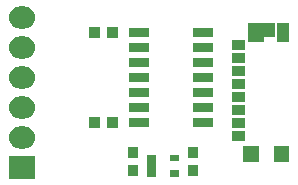
<source format=gts>
%TF.GenerationSoftware,KiCad,Pcbnew,4.0.4+e1-6308~48~ubuntu16.04.1-stable*%
%TF.CreationDate,2017-01-04T16:55:51-08:00*%
%TF.ProjectId,sd-micro-pushpull-0475710001-breakout,73642D6D6963726F2D7075736870756C,v1.0*%
%TF.FileFunction,Soldermask,Top*%
%FSLAX46Y46*%
G04 Gerber Fmt 4.6, Leading zero omitted, Abs format (unit mm)*
G04 Created by KiCad (PCBNEW 4.0.4+e1-6308~48~ubuntu16.04.1-stable) date Wed Jan  4 16:55:51 2017*
%MOMM*%
%LPD*%
G01*
G04 APERTURE LIST*
%ADD10C,0.350000*%
G04 APERTURE END LIST*
D10*
G36*
X124790200Y-107619800D02*
X122605800Y-107619800D01*
X122605800Y-105740200D01*
X124790200Y-105740200D01*
X124790200Y-107619800D01*
X124790200Y-107619800D01*
G37*
G36*
X136962200Y-107474200D02*
X136209800Y-107474200D01*
X136209800Y-106901800D01*
X136962200Y-106901800D01*
X136962200Y-107474200D01*
X136962200Y-107474200D01*
G37*
G36*
X135062200Y-107474200D02*
X134309800Y-107474200D01*
X134309800Y-105601800D01*
X135062200Y-105601800D01*
X135062200Y-107474200D01*
X135062200Y-107474200D01*
G37*
G36*
X138627200Y-107410200D02*
X137724800Y-107410200D01*
X137724800Y-106457800D01*
X138627200Y-106457800D01*
X138627200Y-107410200D01*
X138627200Y-107410200D01*
G37*
G36*
X133547200Y-107398200D02*
X132644800Y-107398200D01*
X132644800Y-106445800D01*
X133547200Y-106445800D01*
X133547200Y-107398200D01*
X133547200Y-107398200D01*
G37*
G36*
X146310700Y-106191100D02*
X145008300Y-106191100D01*
X145008300Y-104838700D01*
X146310700Y-104838700D01*
X146310700Y-106191100D01*
X146310700Y-106191100D01*
G37*
G36*
X143710700Y-106191100D02*
X142408300Y-106191100D01*
X142408300Y-104838700D01*
X143710700Y-104838700D01*
X143710700Y-106191100D01*
X143710700Y-106191100D01*
G37*
G36*
X136962200Y-106174200D02*
X136209800Y-106174200D01*
X136209800Y-105601800D01*
X136962200Y-105601800D01*
X136962200Y-106174200D01*
X136962200Y-106174200D01*
G37*
G36*
X138627200Y-105910200D02*
X137724800Y-105910200D01*
X137724800Y-104957800D01*
X138627200Y-104957800D01*
X138627200Y-105910200D01*
X138627200Y-105910200D01*
G37*
G36*
X133547200Y-105898200D02*
X132644800Y-105898200D01*
X132644800Y-104945800D01*
X133547200Y-104945800D01*
X133547200Y-105898200D01*
X133547200Y-105898200D01*
G37*
G36*
X123866749Y-103200277D02*
X123866754Y-103200278D01*
X123868807Y-103200292D01*
X124051080Y-103220737D01*
X124225912Y-103276197D01*
X124386641Y-103364558D01*
X124527146Y-103482456D01*
X124642076Y-103625400D01*
X124727052Y-103787945D01*
X124778839Y-103963899D01*
X124778843Y-103963940D01*
X124778844Y-103963944D01*
X124795463Y-104146558D01*
X124777648Y-104316056D01*
X124776290Y-104328973D01*
X124722052Y-104504187D01*
X124634815Y-104665529D01*
X124517900Y-104806855D01*
X124375762Y-104922779D01*
X124213815Y-105008888D01*
X124038226Y-105061902D01*
X123855685Y-105079800D01*
X123540283Y-105079800D01*
X123529251Y-105079723D01*
X123529246Y-105079722D01*
X123527193Y-105079708D01*
X123344920Y-105059263D01*
X123170088Y-105003803D01*
X123009359Y-104915442D01*
X122868854Y-104797544D01*
X122753924Y-104654600D01*
X122668948Y-104492055D01*
X122617161Y-104316101D01*
X122617157Y-104316060D01*
X122617156Y-104316056D01*
X122600537Y-104133442D01*
X122619705Y-103951074D01*
X122619710Y-103951027D01*
X122673948Y-103775813D01*
X122761185Y-103614471D01*
X122878100Y-103473145D01*
X123020238Y-103357221D01*
X123182185Y-103271112D01*
X123357774Y-103218098D01*
X123540315Y-103200200D01*
X123855717Y-103200200D01*
X123866749Y-103200277D01*
X123866749Y-103200277D01*
G37*
G36*
X142595700Y-104441100D02*
X141443300Y-104441100D01*
X141443300Y-103588700D01*
X142595700Y-103588700D01*
X142595700Y-104441100D01*
X142595700Y-104441100D01*
G37*
G36*
X142595700Y-103341100D02*
X141443300Y-103341100D01*
X141443300Y-102488700D01*
X142595700Y-102488700D01*
X142595700Y-103341100D01*
X142595700Y-103341100D01*
G37*
G36*
X130294200Y-103321200D02*
X129341800Y-103321200D01*
X129341800Y-102418800D01*
X130294200Y-102418800D01*
X130294200Y-103321200D01*
X130294200Y-103321200D01*
G37*
G36*
X131794200Y-103321200D02*
X130841800Y-103321200D01*
X130841800Y-102418800D01*
X131794200Y-102418800D01*
X131794200Y-103321200D01*
X131794200Y-103321200D01*
G37*
G36*
X134430200Y-103246200D02*
X132777800Y-103246200D01*
X132777800Y-102493800D01*
X134430200Y-102493800D01*
X134430200Y-103246200D01*
X134430200Y-103246200D01*
G37*
G36*
X139830200Y-103246200D02*
X138177800Y-103246200D01*
X138177800Y-102493800D01*
X139830200Y-102493800D01*
X139830200Y-103246200D01*
X139830200Y-103246200D01*
G37*
G36*
X123866749Y-100660277D02*
X123866754Y-100660278D01*
X123868807Y-100660292D01*
X124051080Y-100680737D01*
X124225912Y-100736197D01*
X124386641Y-100824558D01*
X124527146Y-100942456D01*
X124642076Y-101085400D01*
X124727052Y-101247945D01*
X124778839Y-101423899D01*
X124778843Y-101423940D01*
X124778844Y-101423944D01*
X124795463Y-101606558D01*
X124777648Y-101776056D01*
X124776290Y-101788973D01*
X124722052Y-101964187D01*
X124634815Y-102125529D01*
X124517900Y-102266855D01*
X124375762Y-102382779D01*
X124213815Y-102468888D01*
X124038226Y-102521902D01*
X123855685Y-102539800D01*
X123540283Y-102539800D01*
X123529251Y-102539723D01*
X123529246Y-102539722D01*
X123527193Y-102539708D01*
X123344920Y-102519263D01*
X123170088Y-102463803D01*
X123009359Y-102375442D01*
X122868854Y-102257544D01*
X122753924Y-102114600D01*
X122668948Y-101952055D01*
X122617161Y-101776101D01*
X122617157Y-101776060D01*
X122617156Y-101776056D01*
X122600537Y-101593442D01*
X122619705Y-101411074D01*
X122619710Y-101411027D01*
X122673948Y-101235813D01*
X122761185Y-101074471D01*
X122878100Y-100933145D01*
X123020238Y-100817221D01*
X123182185Y-100731112D01*
X123357774Y-100678098D01*
X123540315Y-100660200D01*
X123855717Y-100660200D01*
X123866749Y-100660277D01*
X123866749Y-100660277D01*
G37*
G36*
X142595700Y-102241100D02*
X141443300Y-102241100D01*
X141443300Y-101388700D01*
X142595700Y-101388700D01*
X142595700Y-102241100D01*
X142595700Y-102241100D01*
G37*
G36*
X139830200Y-101976200D02*
X138177800Y-101976200D01*
X138177800Y-101223800D01*
X139830200Y-101223800D01*
X139830200Y-101976200D01*
X139830200Y-101976200D01*
G37*
G36*
X134430200Y-101976200D02*
X132777800Y-101976200D01*
X132777800Y-101223800D01*
X134430200Y-101223800D01*
X134430200Y-101976200D01*
X134430200Y-101976200D01*
G37*
G36*
X142595700Y-101141100D02*
X141443300Y-101141100D01*
X141443300Y-100288700D01*
X142595700Y-100288700D01*
X142595700Y-101141100D01*
X142595700Y-101141100D01*
G37*
G36*
X139830200Y-100706200D02*
X138177800Y-100706200D01*
X138177800Y-99953800D01*
X139830200Y-99953800D01*
X139830200Y-100706200D01*
X139830200Y-100706200D01*
G37*
G36*
X134430200Y-100706200D02*
X132777800Y-100706200D01*
X132777800Y-99953800D01*
X134430200Y-99953800D01*
X134430200Y-100706200D01*
X134430200Y-100706200D01*
G37*
G36*
X142595700Y-100041100D02*
X141443300Y-100041100D01*
X141443300Y-99188700D01*
X142595700Y-99188700D01*
X142595700Y-100041100D01*
X142595700Y-100041100D01*
G37*
G36*
X123866749Y-98120277D02*
X123866754Y-98120278D01*
X123868807Y-98120292D01*
X124051080Y-98140737D01*
X124225912Y-98196197D01*
X124386641Y-98284558D01*
X124527146Y-98402456D01*
X124642076Y-98545400D01*
X124727052Y-98707945D01*
X124778839Y-98883899D01*
X124778843Y-98883940D01*
X124778844Y-98883944D01*
X124795463Y-99066558D01*
X124782625Y-99188700D01*
X124776290Y-99248973D01*
X124722052Y-99424187D01*
X124634815Y-99585529D01*
X124517900Y-99726855D01*
X124375762Y-99842779D01*
X124213815Y-99928888D01*
X124038226Y-99981902D01*
X123855685Y-99999800D01*
X123540283Y-99999800D01*
X123529251Y-99999723D01*
X123529246Y-99999722D01*
X123527193Y-99999708D01*
X123344920Y-99979263D01*
X123170088Y-99923803D01*
X123009359Y-99835442D01*
X122868854Y-99717544D01*
X122753924Y-99574600D01*
X122668948Y-99412055D01*
X122617161Y-99236101D01*
X122617157Y-99236060D01*
X122617156Y-99236056D01*
X122600537Y-99053442D01*
X122619705Y-98871074D01*
X122619710Y-98871027D01*
X122673948Y-98695813D01*
X122761185Y-98534471D01*
X122878100Y-98393145D01*
X123020238Y-98277221D01*
X123182185Y-98191112D01*
X123357774Y-98138098D01*
X123540315Y-98120200D01*
X123855717Y-98120200D01*
X123866749Y-98120277D01*
X123866749Y-98120277D01*
G37*
G36*
X139830200Y-99436200D02*
X138177800Y-99436200D01*
X138177800Y-98683800D01*
X139830200Y-98683800D01*
X139830200Y-99436200D01*
X139830200Y-99436200D01*
G37*
G36*
X134430200Y-99436200D02*
X132777800Y-99436200D01*
X132777800Y-98683800D01*
X134430200Y-98683800D01*
X134430200Y-99436200D01*
X134430200Y-99436200D01*
G37*
G36*
X142595700Y-98941100D02*
X141443300Y-98941100D01*
X141443300Y-98088700D01*
X142595700Y-98088700D01*
X142595700Y-98941100D01*
X142595700Y-98941100D01*
G37*
G36*
X134430200Y-98166200D02*
X132777800Y-98166200D01*
X132777800Y-97413800D01*
X134430200Y-97413800D01*
X134430200Y-98166200D01*
X134430200Y-98166200D01*
G37*
G36*
X139830200Y-98166200D02*
X138177800Y-98166200D01*
X138177800Y-97413800D01*
X139830200Y-97413800D01*
X139830200Y-98166200D01*
X139830200Y-98166200D01*
G37*
G36*
X142595700Y-97841100D02*
X141443300Y-97841100D01*
X141443300Y-96988700D01*
X142595700Y-96988700D01*
X142595700Y-97841100D01*
X142595700Y-97841100D01*
G37*
G36*
X123866749Y-95580277D02*
X123866754Y-95580278D01*
X123868807Y-95580292D01*
X124051080Y-95600737D01*
X124225912Y-95656197D01*
X124386641Y-95744558D01*
X124527146Y-95862456D01*
X124642076Y-96005400D01*
X124727052Y-96167945D01*
X124778839Y-96343899D01*
X124778843Y-96343940D01*
X124778844Y-96343944D01*
X124795463Y-96526558D01*
X124777648Y-96696056D01*
X124776290Y-96708973D01*
X124722052Y-96884187D01*
X124634815Y-97045529D01*
X124517900Y-97186855D01*
X124375762Y-97302779D01*
X124213815Y-97388888D01*
X124038226Y-97441902D01*
X123855685Y-97459800D01*
X123540283Y-97459800D01*
X123529251Y-97459723D01*
X123529246Y-97459722D01*
X123527193Y-97459708D01*
X123344920Y-97439263D01*
X123170088Y-97383803D01*
X123009359Y-97295442D01*
X122868854Y-97177544D01*
X122753924Y-97034600D01*
X122668948Y-96872055D01*
X122617161Y-96696101D01*
X122617157Y-96696060D01*
X122617156Y-96696056D01*
X122600537Y-96513442D01*
X122619705Y-96331074D01*
X122619710Y-96331027D01*
X122673948Y-96155813D01*
X122761185Y-95994471D01*
X122878100Y-95853145D01*
X123020238Y-95737221D01*
X123182185Y-95651112D01*
X123357774Y-95598098D01*
X123540315Y-95580200D01*
X123855717Y-95580200D01*
X123866749Y-95580277D01*
X123866749Y-95580277D01*
G37*
G36*
X134430200Y-96896200D02*
X132777800Y-96896200D01*
X132777800Y-96143800D01*
X134430200Y-96143800D01*
X134430200Y-96896200D01*
X134430200Y-96896200D01*
G37*
G36*
X139830200Y-96896200D02*
X138177800Y-96896200D01*
X138177800Y-96143800D01*
X139830200Y-96143800D01*
X139830200Y-96896200D01*
X139830200Y-96896200D01*
G37*
G36*
X142595700Y-96741100D02*
X141443300Y-96741100D01*
X141443300Y-95888700D01*
X142595700Y-95888700D01*
X142595700Y-96741100D01*
X142595700Y-96741100D01*
G37*
G36*
X145072200Y-95626200D02*
X144223000Y-95626200D01*
X144208847Y-95628211D01*
X144195816Y-95634086D01*
X144184936Y-95643358D01*
X144177071Y-95655294D01*
X144172842Y-95668949D01*
X144172200Y-95677000D01*
X144172200Y-96076200D01*
X142819800Y-96076200D01*
X142819800Y-94473800D01*
X145072200Y-94473800D01*
X145072200Y-95626200D01*
X145072200Y-95626200D01*
G37*
G36*
X146322200Y-96026200D02*
X145269800Y-96026200D01*
X145269800Y-94473800D01*
X146322200Y-94473800D01*
X146322200Y-96026200D01*
X146322200Y-96026200D01*
G37*
G36*
X130294200Y-95701200D02*
X129341800Y-95701200D01*
X129341800Y-94798800D01*
X130294200Y-94798800D01*
X130294200Y-95701200D01*
X130294200Y-95701200D01*
G37*
G36*
X131794200Y-95701200D02*
X130841800Y-95701200D01*
X130841800Y-94798800D01*
X131794200Y-94798800D01*
X131794200Y-95701200D01*
X131794200Y-95701200D01*
G37*
G36*
X134430200Y-95626200D02*
X132777800Y-95626200D01*
X132777800Y-94873800D01*
X134430200Y-94873800D01*
X134430200Y-95626200D01*
X134430200Y-95626200D01*
G37*
G36*
X139830200Y-95626200D02*
X138177800Y-95626200D01*
X138177800Y-94873800D01*
X139830200Y-94873800D01*
X139830200Y-95626200D01*
X139830200Y-95626200D01*
G37*
G36*
X123866749Y-93040277D02*
X123866754Y-93040278D01*
X123868807Y-93040292D01*
X124051080Y-93060737D01*
X124225912Y-93116197D01*
X124386641Y-93204558D01*
X124527146Y-93322456D01*
X124642076Y-93465400D01*
X124727052Y-93627945D01*
X124778839Y-93803899D01*
X124778843Y-93803940D01*
X124778844Y-93803944D01*
X124795463Y-93986558D01*
X124777648Y-94156056D01*
X124776290Y-94168973D01*
X124722052Y-94344187D01*
X124634815Y-94505529D01*
X124517900Y-94646855D01*
X124375762Y-94762779D01*
X124213815Y-94848888D01*
X124038226Y-94901902D01*
X123855685Y-94919800D01*
X123540283Y-94919800D01*
X123529251Y-94919723D01*
X123529246Y-94919722D01*
X123527193Y-94919708D01*
X123344920Y-94899263D01*
X123170088Y-94843803D01*
X123009359Y-94755442D01*
X122868854Y-94637544D01*
X122753924Y-94494600D01*
X122668948Y-94332055D01*
X122617161Y-94156101D01*
X122617157Y-94156060D01*
X122617156Y-94156056D01*
X122600537Y-93973442D01*
X122619705Y-93791074D01*
X122619710Y-93791027D01*
X122673948Y-93615813D01*
X122761185Y-93454471D01*
X122878100Y-93313145D01*
X123020238Y-93197221D01*
X123182185Y-93111112D01*
X123357774Y-93058098D01*
X123540315Y-93040200D01*
X123855717Y-93040200D01*
X123866749Y-93040277D01*
X123866749Y-93040277D01*
G37*
M02*

</source>
